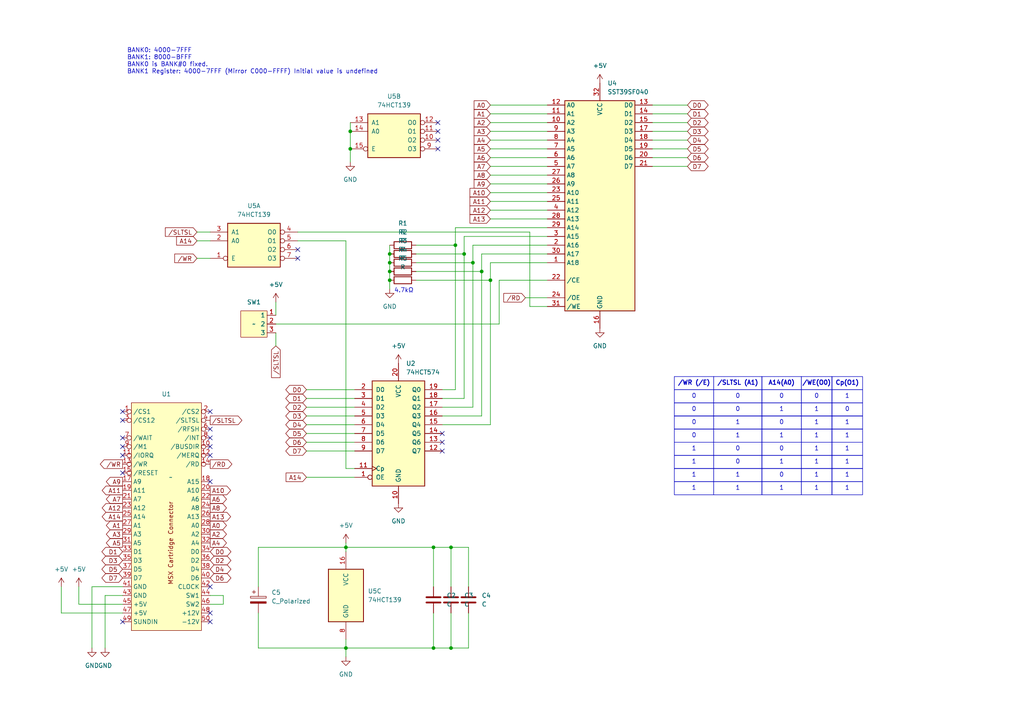
<source format=kicad_sch>
(kicad_sch (version 20230121) (generator eeschema)
  (paper "A4")
  (title_block (title "Simple MegaROM Cartridge") (rev "1"))
  (lib_symbols
    (symbol "74xx:74HCT574" (pin_names (offset 1.016))
      (property "Reference" "U" (at -7.62 16.51 0))
      (property "Value" "74HCT574" (at -7.62 -16.51 0))
      (symbol "74HCT574_1_0"
        (pin input inverted (at -12.7 -12.7 0) (length 5.08) (name "OE") (number "1"))
        (pin power_in line (at 0 -20.32 90) (length 5.08) (name "GND") (number "10"))
        (pin input clock (at -12.7 -10.16 0) (length 5.08) (name "Cp") (number "11"))
        (pin tri_state line (at 12.7 -5.08 180) (length 5.08) (name "Q7") (number "12"))
        (pin tri_state line (at 12.7 -2.54 180) (length 5.08) (name "Q6") (number "13"))
        (pin tri_state line (at 12.7 0 180) (length 5.08) (name "Q5") (number "14"))
        (pin tri_state line (at 12.7 2.54 180) (length 5.08) (name "Q4") (number "15"))
        (pin tri_state line (at 12.7 5.08 180) (length 5.08) (name "Q3") (number "16"))
        (pin tri_state line (at 12.7 7.62 180) (length 5.08) (name "Q2") (number "17"))
        (pin tri_state line (at 12.7 10.16 180) (length 5.08) (name "Q1") (number "18"))
        (pin tri_state line (at 12.7 12.7 180) (length 5.08) (name "Q0") (number "19"))
        (pin input line (at -12.7 12.7 0) (length 5.08) (name "D0") (number "2"))
        (pin power_in line (at 0 20.32 270) (length 5.08) (name "VCC") (number "20"))
        (pin input line (at -12.7 10.16 0) (length 5.08) (name "D1") (number "3"))
        (pin input line (at -12.7 7.62 0) (length 5.08) (name "D2") (number "4"))
        (pin input line (at -12.7 5.08 0) (length 5.08) (name "D3") (number "5"))
        (pin input line (at -12.7 2.54 0) (length 5.08) (name "D4") (number "6"))
        (pin input line (at -12.7 0 0) (length 5.08) (name "D5") (number "7"))
        (pin input line (at -12.7 -2.54 0) (length 5.08) (name "D6") (number "8"))
        (pin input line (at -12.7 -5.08 0) (length 5.08) (name "D7") (number "9"))
      )
      (symbol "74HCT574_1_1"
        (rectangle (start -7.62 15.24) (end 7.62 -15.24) (stroke (width 0.254)) (fill (type background)))
      )
    )
    (symbol "74xx:74LS139" (pin_names (offset 1.016))
      (property "Reference" "U" (at -7.62 8.89 0))
      (property "Value" "74LS139" (at -7.62 -8.89 0))
      (symbol "74LS139_1_0"
        (pin input inverted (at -12.7 -5.08 0) (length 5.08) (name "E") (number "1"))
        (pin input line (at -12.7 0 0) (length 5.08) (name "A0") (number "2"))
        (pin input line (at -12.7 2.54 0) (length 5.08) (name "A1") (number "3"))
        (pin output inverted (at 12.7 2.54 180) (length 5.08) (name "O0") (number "4"))
        (pin output inverted (at 12.7 0 180) (length 5.08) (name "O1") (number "5"))
        (pin output inverted (at 12.7 -2.54 180) (length 5.08) (name "O2") (number "6"))
        (pin output inverted (at 12.7 -5.08 180) (length 5.08) (name "O3") (number "7"))
      )
      (symbol "74LS139_1_1"
        (rectangle (start -7.62 5.08) (end 7.62 -7.62) (stroke (width 0.254)) (fill (type background)))
      )
      (symbol "74LS139_2_0"
        (pin output inverted (at 12.7 -2.54 180) (length 5.08) (name "O2") (number "10"))
        (pin output inverted (at 12.7 0 180) (length 5.08) (name "O1") (number "11"))
        (pin output inverted (at 12.7 2.54 180) (length 5.08) (name "O0") (number "12"))
        (pin input line (at -12.7 2.54 0) (length 5.08) (name "A1") (number "13"))
        (pin input line (at -12.7 0 0) (length 5.08) (name "A0") (number "14"))
        (pin input inverted (at -12.7 -5.08 0) (length 5.08) (name "E") (number "15"))
        (pin output inverted (at 12.7 -5.08 180) (length 5.08) (name "O3") (number "9"))
      )
      (symbol "74LS139_2_1"
        (rectangle (start -7.62 5.08) (end 7.62 -7.62) (stroke (width 0.254)) (fill (type background)))
      )
      (symbol "74LS139_3_0"
        (pin power_in line (at 0 12.7 270) (length 5.08) (name "VCC") (number "16"))
        (pin power_in line (at 0 -12.7 90) (length 5.08) (name "GND") (number "8"))
      )
      (symbol "74LS139_3_1"
        (rectangle (start -5.08 7.62) (end 5.08 -7.62) (stroke (width 0.254)) (fill (type background)))
      )
    )
    (symbol "Device:C" (pin_numbers hide) (pin_names (offset 0.254))
      (property "Reference" "C" (at 0.635 2.54 0))
      (property "Value" "C" (at 0.635 -2.54 0))
      (symbol "C_0_1"
        (polyline (pts (xy -2.032 -0.762) (xy 2.032 -0.762)) (stroke (width 0.508)))
        (polyline (pts (xy -2.032 0.762) (xy 2.032 0.762)) (stroke (width 0.508)))
      )
      (symbol "C_1_1"
        (pin passive line (at 0 3.81 270) (length 2.794) (name "~") (number "1"))
        (pin passive line (at 0 -3.81 90) (length 2.794) (name "~") (number "2"))
      )
    )
    (symbol "Device:C_Polarized" (pin_numbers hide) (pin_names (offset 0.254))
      (property "Reference" "C" (at 0.635 2.54 0))
      (property "Value" "C_Polarized" (at 0.635 -2.54 0))
      (symbol "C_Polarized_0_1"
        (rectangle (start -2.286 0.508) (end 2.286 1.016))
        (polyline (pts (xy -1.778 2.286) (xy -0.762 2.286)))
        (polyline (pts (xy -1.27 2.794) (xy -1.27 1.778)))
        (rectangle (start 2.286 -0.508) (end -2.286 -1.016) (fill (type outline)))
      )
      (symbol "C_Polarized_1_1"
        (pin passive line (at 0 3.81 270) (length 2.794) (name "~") (number "1"))
        (pin passive line (at 0 -3.81 90) (length 2.794) (name "~") (number "2"))
      )
    )
    (symbol "Device:R" (pin_numbers hide) (pin_names (offset 0))
      (property "Reference" "R" (at 2.032 0 90))
      (property "Value" "R" (at 0 0 90))
      (symbol "R_0_1"
        (rectangle (start -1.016 -2.54) (end 1.016 2.54) (stroke (width 0.254)))
      )
      (symbol "R_1_1"
        (pin passive line (at 0 3.81 270) (length 1.27) (name "~") (number "1"))
        (pin passive line (at 0 -3.81 90) (length 1.27) (name "~") (number "2"))
      )
    )
    (symbol "Memory_Flash:SST39SF040"
      (property "Reference" "U4" (at 2.1941 36.83 0))
      (property "Value" "SST39SF040" (at 2.1941 34.29 0))
      (symbol "SST39SF040_0_0"
        (pin power_in line (at 0 -34.29 90) (length 5.08) (name "GND") (number "16"))
        (pin power_in line (at 0 36.83 270) (length 5.08) (name "VCC") (number "32"))
      )
      (symbol "SST39SF040_0_1"
        (rectangle (start -10.16 31.75) (end 10.16 -29.21) (stroke (width 0.254)) (fill (type background)))
      )
      (symbol "SST39SF040_1_1"
        (pin input line (at -15.24 -15.24 0) (length 5.08) (name "A18") (number "1"))
        (pin input line (at -15.24 25.4 0) (length 5.08) (name "A2") (number "10"))
        (pin input line (at -15.24 27.94 0) (length 5.08) (name "A1") (number "11"))
        (pin input line (at -15.24 30.48 0) (length 5.08) (name "A0") (number "12"))
        (pin tri_state line (at 15.24 30.48 180) (length 5.08) (name "D0") (number "13"))
        (pin tri_state line (at 15.24 27.94 180) (length 5.08) (name "D1") (number "14"))
        (pin tri_state line (at 15.24 25.4 180) (length 5.08) (name "D2") (number "15"))
        (pin tri_state line (at 15.24 22.86 180) (length 5.08) (name "D3") (number "17"))
        (pin tri_state line (at 15.24 20.32 180) (length 5.08) (name "D4") (number "18"))
        (pin tri_state line (at 15.24 17.78 180) (length 5.08) (name "D5") (number "19"))
        (pin input line (at -15.24 -10.16 0) (length 5.08) (name "A16") (number "2"))
        (pin tri_state line (at 15.24 15.24 180) (length 5.08) (name "D6") (number "20"))
        (pin tri_state line (at 15.24 12.7 180) (length 5.08) (name "D7") (number "21"))
        (pin input line (at -15.24 -20.32 0) (length 5.08) (name "/CE") (number "22"))
        (pin input line (at -15.24 5.08 0) (length 5.08) (name "A10") (number "23"))
        (pin input line (at -15.24 -25.4 0) (length 5.08) (name "/OE") (number "24"))
        (pin input line (at -15.24 2.54 0) (length 5.08) (name "A11") (number "25"))
        (pin input line (at -15.24 7.62 0) (length 5.08) (name "A9") (number "26"))
        (pin input line (at -15.24 10.16 0) (length 5.08) (name "A8") (number "27"))
        (pin input line (at -15.24 -2.54 0) (length 5.08) (name "A13") (number "28"))
        (pin input line (at -15.24 -5.08 0) (length 5.08) (name "A14") (number "29"))
        (pin input line (at -15.24 -7.62 0) (length 5.08) (name "A15") (number "3"))
        (pin input line (at -15.24 -12.7 0) (length 5.08) (name "A17") (number "30"))
        (pin input line (at -15.24 -27.94 0) (length 5.08) (name "/WE") (number "31"))
        (pin input line (at -15.24 0 0) (length 5.08) (name "A12") (number "4"))
        (pin input line (at -15.24 12.7 0) (length 5.08) (name "A7") (number "5"))
        (pin input line (at -15.24 15.24 0) (length 5.08) (name "A6") (number "6"))
        (pin input line (at -15.24 17.78 0) (length 5.08) (name "A5") (number "7"))
        (pin input line (at -15.24 20.32 0) (length 5.08) (name "A4") (number "8"))
        (pin input line (at -15.24 22.86 0) (length 5.08) (name "A3") (number "9"))
      )
    )
    (symbol "My_Symbols:Switch"
      (property "Reference" "SW" (at 0 0 0))
      (symbol "Switch_1_1"
        (rectangle (start -3.81 3.81) (end 3.81 -3.81) (fill (type background)))
        (pin passive line (at 6.35 2.54 180) (length 2.54) (name "1") (number "1"))
        (pin passive line (at 6.35 0 180) (length 2.54) (name "2") (number "2"))
        (pin passive line (at 6.35 -2.54 180) (length 2.54) (name "3") (number "3"))
      )
    )
    (symbol "msx_cartridge:MSX_Cartridge"
      (property "Reference" "U" (at 0 0 0))
      (symbol "MSX_Cartridge_1_1"
        (rectangle (start -11.43 21.59) (end 8.89 -44.45) (fill (type background)))
        (text "MSX Cartridge Connector" (at 0 -19.05 900) (effects (font (size 1.27 1.27))))
        (pin output inverted (at -13.97 19.05 0) (length 2.54) (name "/CS1") (number "1"))
        (pin input inverted (at 11.43 8.89 180) (length 2.54) (name "/BUSDIR") (number "10"))
        (pin output inverted (at -13.97 6.35 0) (length 2.54) (name "/IORQ") (number "11"))
        (pin output inverted (at 11.43 6.35 180) (length 2.54) (name "/MERQ") (number "12"))
        (pin output inverted (at -13.97 3.81 0) (length 2.54) (name "/WR") (number "13"))
        (pin output inverted (at 11.43 3.81 180) (length 2.54) (name "/RD") (number "14"))
        (pin output inverted (at -13.97 1.27 0) (length 2.54) (name "/RESET") (number "15"))
        (pin output line (at -13.97 -1.27 0) (length 2.54) (name "A9") (number "17"))
        (pin output line (at 11.43 -1.27 180) (length 2.54) (name "A15") (number "18"))
        (pin output line (at -13.97 -3.81 0) (length 2.54) (name "A11") (number "19"))
        (pin output inverted (at 11.43 19.05 180) (length 2.54) (name "/CS2") (number "2"))
        (pin output line (at 11.43 -3.81 180) (length 2.54) (name "A10") (number "20"))
        (pin output line (at -13.97 -6.35 0) (length 2.54) (name "A7") (number "21"))
        (pin output line (at 11.43 -6.35 180) (length 2.54) (name "A6") (number "22"))
        (pin output line (at -13.97 -8.89 0) (length 2.54) (name "A12") (number "23"))
        (pin output line (at 11.43 -8.89 180) (length 2.54) (name "A8") (number "24"))
        (pin output line (at -13.97 -11.43 0) (length 2.54) (name "A14") (number "25"))
        (pin output line (at 11.43 -11.43 180) (length 2.54) (name "A13") (number "26"))
        (pin output line (at -13.97 -13.97 0) (length 2.54) (name "A1") (number "27"))
        (pin output line (at 11.43 -13.97 180) (length 2.54) (name "A0") (number "28"))
        (pin output line (at -13.97 -16.51 0) (length 2.54) (name "A3") (number "29"))
        (pin output inverted (at -13.97 16.51 0) (length 2.54) (name "/CS12") (number "3"))
        (pin output line (at 11.43 -16.51 180) (length 2.54) (name "A2") (number "30"))
        (pin output line (at -13.97 -19.05 0) (length 2.54) (name "A5") (number "31"))
        (pin output line (at 11.43 -19.05 180) (length 2.54) (name "A4") (number "32"))
        (pin tri_state line (at -13.97 -21.59 0) (length 2.54) (name "D1") (number "33"))
        (pin tri_state line (at 11.43 -21.59 180) (length 2.54) (name "D0") (number "34"))
        (pin tri_state line (at -13.97 -24.13 0) (length 2.54) (name "D3") (number "35"))
        (pin tri_state line (at 11.43 -24.13 180) (length 2.54) (name "D2") (number "36"))
        (pin tri_state line (at -13.97 -26.67 0) (length 2.54) (name "D5") (number "37"))
        (pin tri_state line (at 11.43 -26.67 180) (length 2.54) (name "D4") (number "38"))
        (pin tri_state line (at -13.97 -29.21 0) (length 2.54) (name "D7") (number "39"))
        (pin output inverted (at 11.43 16.51 180) (length 2.54) (name "/SLTSL") (number "4"))
        (pin tri_state line (at 11.43 -29.21 180) (length 2.54) (name "D6") (number "40"))
        (pin power_in line (at -13.97 -31.75 0) (length 2.54) (name "GND") (number "41"))
        (pin output line (at 11.43 -31.75 180) (length 2.54) (name "CLOCK") (number "42"))
        (pin power_out line (at -13.97 -34.29 0) (length 2.54) (name "GND") (number "43"))
        (pin bidirectional line (at 11.43 -34.29 180) (length 2.54) (name "SW1") (number "44"))
        (pin power_in line (at -13.97 -36.83 0) (length 2.54) (name "+5V") (number "45"))
        (pin bidirectional line (at 11.43 -36.83 180) (length 2.54) (name "SW2") (number "46"))
        (pin power_out line (at -13.97 -39.37 0) (length 2.54) (name "+5V") (number "47"))
        (pin power_out line (at 11.43 -39.37 180) (length 2.54) (name "+12V") (number "48"))
        (pin input line (at -13.97 -41.91 0) (length 2.54) (name "SUNDIN") (number "49"))
        (pin power_out line (at 11.43 -41.91 180) (length 2.54) (name "-12V") (number "50"))
        (pin output inverted (at 11.43 13.97 180) (length 2.54) (name "/RFSH") (number "6"))
        (pin open_collector inverted (at -13.97 11.43 0) (length 2.54) (name "/WAIT") (number "7"))
        (pin open_collector inverted (at 11.43 11.43 180) (length 2.54) (name "/INT") (number "8"))
        (pin output inverted (at -13.97 8.89 0) (length 2.54) (name "/M1") (number "9"))
      )
    )
    (symbol "power:+5V" (power) (pin_names (offset 0))
      (property "Value" "+5V" (at 0 3.556 0))
      (symbol "+5V_0_1"
        (polyline (pts (xy -0.762 1.27) (xy 0 2.54)))
        (polyline (pts (xy 0 0) (xy 0 2.54)))
        (polyline (pts (xy 0 2.54) (xy 0.762 1.27)))
      )
      (symbol "+5V_1_1"
        (pin power_in line (at 0 0 90) (length 0) hide (name "+5V") (number "1"))
      )
    )
    (symbol "power:GND" (power) (pin_names (offset 0))
      (property "Value" "GND" (at 0 -3.81 0))
      (symbol "GND_0_1"
        (polyline (pts (xy 0 0) (xy 0 -1.27) (xy 1.27 -1.27) (xy 0 -2.54) (xy -1.27 -1.27) (xy 0 -1.27)))
      )
      (symbol "GND_1_1"
        (pin power_in line (at 0 0 270) (length 0) hide (name "GND") (number "1"))
      )
    )
  )
  (junction (at 100.33 158.75))
  (junction (at 142.24 81.28))
  (junction (at 113.03 78.74))
  (junction (at 139.7 78.74))
  (junction (at 100.33 187.96))
  (junction (at 101.6 38.1))
  (junction (at 113.03 73.66))
  (junction (at 130.81 158.75))
  (junction (at 130.81 187.96))
  (junction (at 134.62 73.66))
  (junction (at 113.03 81.28))
  (junction (at 137.16 76.2))
  (junction (at 125.73 187.96))
  (junction (at 113.03 76.2))
  (junction (at 125.73 158.75))
  (junction (at 132.08 71.12))
  (junction (at 101.6 43.18))
  (no_connect (at 35.56 137.16))
  (no_connect (at 60.96 124.46))
  (no_connect (at 35.56 129.54))
  (no_connect (at 127 43.18))
  (no_connect (at 35.56 119.38))
  (no_connect (at 35.56 132.08))
  (no_connect (at 60.96 177.8))
  (no_connect (at 86.36 72.39))
  (no_connect (at 127 38.1))
  (no_connect (at 60.96 170.18))
  (no_connect (at 35.56 127))
  (no_connect (at 35.56 180.34))
  (no_connect (at 60.96 127))
  (no_connect (at 60.96 139.7))
  (no_connect (at 128.27 128.27))
  (no_connect (at 60.96 132.08))
  (no_connect (at 60.96 129.54))
  (no_connect (at 60.96 119.38))
  (no_connect (at 127 40.64))
  (no_connect (at 127 35.56))
  (no_connect (at 60.96 180.34))
  (no_connect (at 128.27 125.73))
  (no_connect (at 128.27 130.81))
  (no_connect (at 35.56 121.92))
  (no_connect (at 86.36 74.93))
  (wire (pts (xy 158.75 73.66) (xy 139.7 73.66)))
  (wire (pts (xy 132.08 66.04) (xy 132.08 71.12)))
  (wire (pts (xy 199.39 30.48) (xy 189.23 30.48)))
  (wire (pts (xy 142.24 53.34) (xy 158.75 53.34)))
  (wire (pts (xy 130.81 158.75) (xy 135.89 158.75)))
  (wire (pts (xy 26.67 170.18) (xy 26.67 187.96)))
  (wire (pts (xy 125.73 158.75) (xy 130.81 158.75)))
  (wire (pts (xy 142.24 45.72) (xy 158.75 45.72)))
  (wire (pts (xy 130.81 158.75) (xy 130.81 170.18)))
  (wire (pts (xy 88.9 115.57) (xy 102.87 115.57)))
  (wire (pts (xy 125.73 158.75) (xy 125.73 170.18)))
  (wire (pts (xy 113.03 81.28) (xy 113.03 78.74)))
  (wire (pts (xy 142.24 50.8) (xy 158.75 50.8)))
  (wire (pts (xy 125.73 177.8) (xy 125.73 187.96)))
  (wire (pts (xy 132.08 71.12) (xy 132.08 113.03)))
  (wire (pts (xy 142.24 58.42) (xy 158.75 58.42)))
  (wire (pts (xy 88.9 130.81) (xy 102.87 130.81)))
  (wire (pts (xy 100.33 187.96) (xy 100.33 185.42)))
  (wire (pts (xy 60.96 172.72) (xy 64.77 172.72)))
  (wire (pts (xy 134.62 73.66) (xy 134.62 115.57)))
  (wire (pts (xy 152.4 86.36) (xy 158.75 86.36)))
  (wire (pts (xy 120.65 76.2) (xy 137.16 76.2)))
  (wire (pts (xy 130.81 187.96) (xy 135.89 187.96)))
  (wire (pts (xy 199.39 35.56) (xy 189.23 35.56)))
  (wire (pts (xy 113.03 71.12) (xy 113.03 73.66)))
  (wire (pts (xy 199.39 43.18) (xy 189.23 43.18)))
  (wire (pts (xy 142.24 76.2) (xy 142.24 81.28)))
  (wire (pts (xy 199.39 33.02) (xy 189.23 33.02)))
  (wire (pts (xy 88.9 118.11) (xy 102.87 118.11)))
  (wire (pts (xy 101.6 43.18) (xy 101.6 46.99)))
  (wire (pts (xy 158.75 66.04) (xy 132.08 66.04)))
  (wire (pts (xy 30.48 172.72) (xy 35.56 172.72)))
  (wire (pts (xy 30.48 187.96) (xy 30.48 172.72)))
  (wire (pts (xy 142.24 123.19) (xy 128.27 123.19)))
  (wire (pts (xy 88.9 113.03) (xy 102.87 113.03)))
  (wire (pts (xy 88.9 138.43) (xy 102.87 138.43)))
  (wire (pts (xy 142.24 55.88) (xy 158.75 55.88)))
  (wire (pts (xy 86.36 67.31) (xy 153.67 67.31)))
  (wire (pts (xy 142.24 38.1) (xy 158.75 38.1)))
  (wire (pts (xy 100.33 69.85) (xy 86.36 69.85)))
  (wire (pts (xy 135.89 158.75) (xy 135.89 170.18)))
  (wire (pts (xy 158.75 68.58) (xy 134.62 68.58)))
  (wire (pts (xy 35.56 170.18) (xy 26.67 170.18)))
  (wire (pts (xy 101.6 38.1) (xy 101.6 43.18)))
  (wire (pts (xy 74.93 158.75) (xy 100.33 158.75)))
  (wire (pts (xy 113.03 83.82) (xy 113.03 81.28)))
  (wire (pts (xy 17.78 170.18) (xy 17.78 177.8)))
  (wire (pts (xy 113.03 73.66) (xy 113.03 76.2)))
  (wire (pts (xy 137.16 76.2) (xy 137.16 118.11)))
  (wire (pts (xy 100.33 158.75) (xy 125.73 158.75)))
  (wire (pts (xy 57.15 74.93) (xy 60.96 74.93)))
  (wire (pts (xy 125.73 187.96) (xy 130.81 187.96)))
  (wire (pts (xy 80.01 87.63) (xy 80.01 91.44)))
  (wire (pts (xy 139.7 73.66) (xy 139.7 78.74)))
  (wire (pts (xy 142.24 60.96) (xy 158.75 60.96)))
  (wire (pts (xy 100.33 69.85) (xy 100.33 135.89)))
  (wire (pts (xy 142.24 48.26) (xy 158.75 48.26)))
  (wire (pts (xy 130.81 177.8) (xy 130.81 187.96)))
  (wire (pts (xy 142.24 30.48) (xy 158.75 30.48)))
  (wire (pts (xy 74.93 158.75) (xy 74.93 170.18)))
  (wire (pts (xy 100.33 160.02) (xy 100.33 158.75)))
  (wire (pts (xy 64.77 175.26) (xy 60.96 175.26)))
  (wire (pts (xy 139.7 120.65) (xy 128.27 120.65)))
  (wire (pts (xy 134.62 68.58) (xy 134.62 73.66)))
  (wire (pts (xy 35.56 175.26) (xy 22.86 175.26)))
  (wire (pts (xy 158.75 71.12) (xy 137.16 71.12)))
  (wire (pts (xy 74.93 187.96) (xy 100.33 187.96)))
  (wire (pts (xy 134.62 115.57) (xy 128.27 115.57)))
  (wire (pts (xy 120.65 71.12) (xy 132.08 71.12)))
  (wire (pts (xy 88.9 120.65) (xy 102.87 120.65)))
  (wire (pts (xy 137.16 71.12) (xy 137.16 76.2)))
  (wire (pts (xy 137.16 118.11) (xy 128.27 118.11)))
  (wire (pts (xy 64.77 172.72) (xy 64.77 175.26)))
  (wire (pts (xy 153.67 88.9) (xy 153.67 67.31)))
  (wire (pts (xy 80.01 93.98) (xy 144.78 93.98)))
  (wire (pts (xy 158.75 76.2) (xy 142.24 76.2)))
  (wire (pts (xy 57.15 67.31) (xy 60.96 67.31)))
  (wire (pts (xy 101.6 35.56) (xy 101.6 38.1)))
  (wire (pts (xy 142.24 43.18) (xy 158.75 43.18)))
  (wire (pts (xy 35.56 177.8) (xy 17.78 177.8)))
  (wire (pts (xy 120.65 78.74) (xy 139.7 78.74)))
  (wire (pts (xy 153.67 88.9) (xy 158.75 88.9)))
  (wire (pts (xy 132.08 113.03) (xy 128.27 113.03)))
  (wire (pts (xy 142.24 81.28) (xy 142.24 123.19)))
  (wire (pts (xy 57.15 69.85) (xy 60.96 69.85)))
  (wire (pts (xy 142.24 40.64) (xy 158.75 40.64)))
  (wire (pts (xy 22.86 170.18) (xy 22.86 175.26)))
  (wire (pts (xy 139.7 78.74) (xy 139.7 120.65)))
  (wire (pts (xy 199.39 48.26) (xy 189.23 48.26)))
  (wire (pts (xy 100.33 187.96) (xy 125.73 187.96)))
  (wire (pts (xy 120.65 81.28) (xy 142.24 81.28)))
  (wire (pts (xy 135.89 187.96) (xy 135.89 177.8)))
  (wire (pts (xy 88.9 125.73) (xy 102.87 125.73)))
  (wire (pts (xy 88.9 128.27) (xy 102.87 128.27)))
  (wire (pts (xy 142.24 63.5) (xy 158.75 63.5)))
  (wire (pts (xy 144.78 81.28) (xy 158.75 81.28)))
  (wire (pts (xy 80.01 100.33) (xy 80.01 96.52)))
  (wire (pts (xy 199.39 38.1) (xy 189.23 38.1)))
  (wire (pts (xy 100.33 190.5) (xy 100.33 187.96)))
  (wire (pts (xy 74.93 177.8) (xy 74.93 187.96)))
  (wire (pts (xy 88.9 123.19) (xy 102.87 123.19)))
  (wire (pts (xy 144.78 93.98) (xy 144.78 81.28)))
  (wire (pts (xy 142.24 35.56) (xy 158.75 35.56)))
  (wire (pts (xy 113.03 76.2) (xy 113.03 78.74)))
  (wire (pts (xy 199.39 40.64) (xy 189.23 40.64)))
  (wire (pts (xy 100.33 135.89) (xy 102.87 135.89)))
  (wire (pts (xy 100.33 157.48) (xy 100.33 158.75)))
  (wire (pts (xy 199.39 45.72) (xy 189.23 45.72)))
  (wire (pts (xy 120.65 73.66) (xy 134.62 73.66)))
  (wire (pts (xy 142.24 33.02) (xy 158.75 33.02)))
  (text_box "1" (at 241.3 139.7 0) (size 8.89 3.81) (effects (font (size 1.27 1.27)) (justify top)))
  (text_box "1" (at 232.41 120.65 0) (size 8.89 3.81) (effects (font (size 1.27 1.27)) (justify top)))
  (text_box "1" (at 232.41 132.08 0) (size 8.89 3.81) (effects (font (size 1.27 1.27)) (justify top)))
  (text_box "0" (at 207.01 132.08 0) (size 13.97 3.81) (effects (font (size 1.27 1.27)) (justify top)))
  (text_box "1" (at 241.3 124.46 0) (size 8.89 3.81) (effects (font (size 1.27 1.27)) (justify top)))
  (text_box "0" (at 195.58 120.65 0) (size 11.43 3.81) (effects (font (size 1.27 1.27)) (justify top)))
  (text_box "1" (at 207.01 124.46 0) (size 13.97 3.81) (effects (font (size 1.27 1.27)) (justify top)))
  (text_box "0" (at 241.3 116.84 0) (size 8.89 3.81) (effects (font (size 1.27 1.27)) (justify top)))
  (text_box "0" (at 195.58 116.84 0) (size 11.43 3.81) (effects (font (size 1.27 1.27)) (justify top)))
  (text_box "1" (at 207.01 139.7 0) (size 13.97 3.81) (effects (font (size 1.27 1.27)) (justify top)))
  (text_box "1" (at 232.41 116.84 0) (size 8.89 3.81) (effects (font (size 1.27 1.27)) (justify top)))
  (text_box "1" (at 220.98 116.84 0) (size 11.43 3.81) (effects (font (size 1.27 1.27)) (justify top)))
  (text_box "/WR (/E)" (at 195.58 109.22 0) (size 11.43 3.81) (fill (type color)) (effects (font (size 1.27 1.27) (thickness 0.254) bold) (justify top)))
  (text_box "1" (at 232.41 135.89 0) (size 8.89 3.81) (effects (font (size 1.27 1.27)) (justify top)))
  (text_box "1" (at 241.3 120.65 0) (size 8.89 3.81) (effects (font (size 1.27 1.27)) (justify top)))
  (text_box "1" (at 241.3 135.89 0) (size 8.89 3.81) (effects (font (size 1.27 1.27)) (justify top)))
  (text_box "1" (at 195.58 128.27 0) (size 11.43 3.81) (effects (font (size 1.27 1.27)) (justify top)))
  (text_box "0" (at 195.58 113.03 0) (size 11.43 3.81) (effects (font (size 1.27 1.27)) (justify top)))
  (text_box "0" (at 207.01 128.27 0) (size 13.97 3.81) (effects (font (size 1.27 1.27)) (justify top)))
  (text_box "1" (at 220.98 132.08 0) (size 11.43 3.81) (effects (font (size 1.27 1.27)) (justify top)))
  (text_box "0" (at 207.01 113.03 0) (size 13.97 3.81) (effects (font (size 1.27 1.27)) (justify top)))
  (text_box "1" (at 232.41 128.27 0) (size 8.89 3.81) (effects (font (size 1.27 1.27)) (justify top)))
  (text_box "/SLTSL (A1)" (at 207.01 109.22 0) (size 13.97 3.81) (effects (font (size 1.27 1.27) (thickness 0.254) bold) (justify top)))
  (text_box "1" (at 195.58 139.7 0) (size 11.43 3.81) (effects (font (size 1.27 1.27)) (justify top)))
  (text_box "1" (at 195.58 132.08 0) (size 11.43 3.81) (effects (font (size 1.27 1.27)) (justify top)))
  (text_box "0" (at 195.58 124.46 0) (size 11.43 3.81) (effects (font (size 1.27 1.27)) (justify top)))
  (text_box "1" (at 241.3 132.08 0) (size 8.89 3.81) (effects (font (size 1.27 1.27)) (justify top)))
  (text_box "0" (at 220.98 128.27 0) (size 11.43 3.81) (effects (font (size 1.27 1.27)) (justify top)))
  (text_box "A14(A0)" (at 220.98 109.22 0) (size 11.43 3.81) (effects (font (size 1.27 1.27) (thickness 0.254) bold) (justify top)))
  (text_box "1" (at 220.98 124.46 0) (size 11.43 3.81) (effects (font (size 1.27 1.27)) (justify top)))
  (text_box "Cp(O1)" (at 241.3 109.22 0) (size 8.89 3.81) (effects (font (size 1.27 1.27) (thickness 0.254) bold) (justify top)))
  (text_box "1" (at 207.01 135.89 0) (size 13.97 3.81) (effects (font (size 1.27 1.27)) (justify top)))
  (text_box "1" (at 241.3 113.03 0) (size 8.89 3.81) (effects (font (size 1.27 1.27)) (justify top)))
  (text_box "0" (at 220.98 120.65 0) (size 11.43 3.81) (effects (font (size 1.27 1.27)) (justify top)))
  (text_box "0" (at 232.41 113.03 0) (size 8.89 3.81) (effects (font (size 1.27 1.27)) (justify top)))
  (text_box "/WE(O0)" (at 232.41 109.22 0) (size 8.89 3.81) (effects (font (size 1.27 1.27) (thickness 0.254) bold) (justify top)))
  (text_box "1" (at 207.01 120.65 0) (size 13.97 3.81) (effects (font (size 1.27 1.27)) (justify top)))
  (text_box "0" (at 220.98 135.89 0) (size 11.43 3.81) (effects (font (size 1.27 1.27)) (justify top)))
  (text_box "1" (at 195.58 135.89 0) (size 11.43 3.81) (effects (font (size 1.27 1.27)) (justify top)))
  (text_box "1" (at 241.3 128.27 0) (size 8.89 3.81) (effects (font (size 1.27 1.27)) (justify top)))
  (text_box "0" (at 220.98 113.03 0) (size 11.43 3.81) (effects (font (size 1.27 1.27)) (justify top)))
  (text_box "0" (at 207.01 116.84 0) (size 13.97 3.81) (effects (font (size 1.27 1.27)) (justify top)))
  (text_box "1" (at 220.98 139.7 0) (size 11.43 3.81) (effects (font (size 1.27 1.27)) (justify top)))
  (text_box "1" (at 232.41 139.7 0) (size 8.89 3.81) (effects (font (size 1.27 1.27)) (justify top)))
  (text_box "1" (at 232.41 124.46 0) (size 8.89 3.81) (effects (font (size 1.27 1.27)) (justify top)))
  (text "BANK0: 4000-7FFF\nBANK1: 8000-BFFF\nBANK0 is BANK#0 fixed.\nBANK1 Register: 4000-7FFF (Mirror C000-FFFF) Initial value is undefined\n" (at 36.83 21.59 0) (effects (font (size 1.27 1.27)) (justify left bottom)))
  (text "4.7kΩ" (at 114.3 85.09 0) (effects (font (size 1.27 1.27)) (justify left bottom)))
  (global_label "D1" (shape bidirectional) (at 199.39 33.02 0) (property "Intersheetrefs" "${INTERSHEET_REFS}" (effects hide)))
  (global_label "D4" (shape bidirectional) (at 88.9 123.19 180) (property "Intersheetrefs" "${INTERSHEET_REFS}" (effects hide)))
  (global_label "A8" (shape output) (at 60.96 147.32 0) (property "Intersheetrefs" "${INTERSHEET_REFS}" (effects hide)))
  (global_label "D3" (shape bidirectional) (at 199.39 38.1 0) (property "Intersheetrefs" "${INTERSHEET_REFS}" (effects hide)))
  (global_label "D1" (shape bidirectional) (at 88.9 115.57 180) (property "Intersheetrefs" "${INTERSHEET_REFS}" (effects hide)))
  (global_label "A0" (shape output) (at 60.96 152.4 0) (property "Intersheetrefs" "${INTERSHEET_REFS}" (effects hide)))
  (global_label "A2" (shape output) (at 60.96 154.94 0) (property "Intersheetrefs" "${INTERSHEET_REFS}" (effects hide)))
  (global_label "A13" (shape input) (at 142.24 63.5 180) (property "Intersheetrefs" "${INTERSHEET_REFS}" (effects hide)))
  (global_label "A1" (shape input) (at 142.24 33.02 180) (property "Intersheetrefs" "${INTERSHEET_REFS}" (effects hide)))
  (global_label "D4" (shape tri_state) (at 60.96 165.1 0) (property "Intersheetrefs" "${INTERSHEET_REFS}" (effects hide)))
  (global_label "A6" (shape output) (at 60.96 144.78 0) (property "Intersheetrefs" "${INTERSHEET_REFS}" (effects hide)))
  (global_label "A1" (shape output) (at 35.56 152.4 180) (property "Intersheetrefs" "${INTERSHEET_REFS}" (effects hide)))
  (global_label "A10" (shape output) (at 60.96 142.24 0) (property "Intersheetrefs" "${INTERSHEET_REFS}" (effects hide)))
  (global_label "D5" (shape tri_state) (at 35.56 165.1 180) (property "Intersheetrefs" "${INTERSHEET_REFS}" (effects hide)))
  (global_label "D3" (shape bidirectional) (at 88.9 120.65 180) (property "Intersheetrefs" "${INTERSHEET_REFS}" (effects hide)))
  (global_label "D0" (shape tri_state) (at 60.96 160.02 0) (property "Intersheetrefs" "${INTERSHEET_REFS}" (effects hide)))
  (global_label "D6" (shape bidirectional) (at 88.9 128.27 180) (property "Intersheetrefs" "${INTERSHEET_REFS}" (effects hide)))
  (global_label "A6" (shape input) (at 142.24 45.72 180) (property "Intersheetrefs" "${INTERSHEET_REFS}" (effects hide)))
  (global_label "A2" (shape input) (at 142.24 35.56 180) (property "Intersheetrefs" "${INTERSHEET_REFS}" (effects hide)))
  (global_label "A14" (shape output) (at 35.56 149.86 180) (property "Intersheetrefs" "${INTERSHEET_REFS}" (effects hide)))
  (global_label "A13" (shape output) (at 60.96 149.86 0) (property "Intersheetrefs" "${INTERSHEET_REFS}" (effects hide)))
  (global_label "A4" (shape input) (at 142.24 40.64 180) (property "Intersheetrefs" "${INTERSHEET_REFS}" (effects hide)))
  (global_label "D2" (shape bidirectional) (at 199.39 35.56 0) (property "Intersheetrefs" "${INTERSHEET_REFS}" (effects hide)))
  (global_label "A11" (shape output) (at 35.56 142.24 180) (property "Intersheetrefs" "${INTERSHEET_REFS}" (effects hide)))
  (global_label "A8" (shape input) (at 142.24 50.8 180) (property "Intersheetrefs" "${INTERSHEET_REFS}" (effects hide)))
  (global_label "{slash}SLTSL" (shape input) (at 80.01 100.33 270) (property "Intersheetrefs" "${INTERSHEET_REFS}" (effects hide)))
  (global_label "D5" (shape bidirectional) (at 88.9 125.73 180) (property "Intersheetrefs" "${INTERSHEET_REFS}" (effects hide)))
  (global_label "{slash}RD" (shape input) (at 152.4 86.36 180) (property "Intersheetrefs" "${INTERSHEET_REFS}" (effects hide)))
  (global_label "{slash}SLTSL" (shape input) (at 57.15 67.31 180) (property "Intersheetrefs" "${INTERSHEET_REFS}" (effects hide)))
  (global_label "A14" (shape input) (at 57.15 69.85 180) (property "Intersheetrefs" "${INTERSHEET_REFS}" (effects hide)))
  (global_label "D2" (shape bidirectional) (at 88.9 118.11 180) (property "Intersheetrefs" "${INTERSHEET_REFS}" (effects hide)))
  (global_label "A5" (shape output) (at 35.56 157.48 180) (property "Intersheetrefs" "${INTERSHEET_REFS}" (effects hide)))
  (global_label "{slash}WR" (shape input) (at 57.15 74.93 180) (property "Intersheetrefs" "${INTERSHEET_REFS}" (effects hide)))
  (global_label "A7" (shape input) (at 142.24 48.26 180) (property "Intersheetrefs" "${INTERSHEET_REFS}" (effects hide)))
  (global_label "{slash}SLTSL" (shape output) (at 60.96 121.92 0) (property "Intersheetrefs" "${INTERSHEET_REFS}" (effects hide)))
  (global_label "A7" (shape output) (at 35.56 144.78 180) (property "Intersheetrefs" "${INTERSHEET_REFS}" (effects hide)))
  (global_label "D5" (shape bidirectional) (at 199.39 43.18 0) (property "Intersheetrefs" "${INTERSHEET_REFS}" (effects hide)))
  (global_label "A4" (shape output) (at 60.96 157.48 0) (property "Intersheetrefs" "${INTERSHEET_REFS}" (effects hide)))
  (global_label "D1" (shape tri_state) (at 35.56 160.02 180) (property "Intersheetrefs" "${INTERSHEET_REFS}" (effects hide)))
  (global_label "D7" (shape bidirectional) (at 199.39 48.26 0) (property "Intersheetrefs" "${INTERSHEET_REFS}" (effects hide)))
  (global_label "A5" (shape input) (at 142.24 43.18 180) (property "Intersheetrefs" "${INTERSHEET_REFS}" (effects hide)))
  (global_label "A12" (shape output) (at 35.56 147.32 180) (property "Intersheetrefs" "${INTERSHEET_REFS}" (effects hide)))
  (global_label "{slash}WR" (shape output) (at 35.56 134.62 180) (property "Intersheetrefs" "${INTERSHEET_REFS}" (effects hide)))
  (global_label "A3" (shape input) (at 142.24 38.1 180) (property "Intersheetrefs" "${INTERSHEET_REFS}" (effects hide)))
  (global_label "A3" (shape output) (at 35.56 154.94 180) (property "Intersheetrefs" "${INTERSHEET_REFS}" (effects hide)))
  (global_label "A9" (shape input) (at 142.24 53.34 180) (property "Intersheetrefs" "${INTERSHEET_REFS}" (effects hide)))
  (global_label "D4" (shape bidirectional) (at 199.39 40.64 0) (property "Intersheetrefs" "${INTERSHEET_REFS}" (effects hide)))
  (global_label "A9" (shape output) (at 35.56 139.7 180) (property "Intersheetrefs" "${INTERSHEET_REFS}" (effects hide)))
  (global_label "D6" (shape tri_state) (at 60.96 167.64 0) (property "Intersheetrefs" "${INTERSHEET_REFS}" (effects hide)))
  (global_label "D2" (shape tri_state) (at 60.96 162.56 0) (property "Intersheetrefs" "${INTERSHEET_REFS}" (effects hide)))
  (global_label "A0" (shape input) (at 142.24 30.48 180) (property "Intersheetrefs" "${INTERSHEET_REFS}" (effects hide)))
  (global_label "D0" (shape bidirectional) (at 88.9 113.03 180) (property "Intersheetrefs" "${INTERSHEET_REFS}" (effects hide)))
  (global_label "A10" (shape input) (at 142.24 55.88 180) (property "Intersheetrefs" "${INTERSHEET_REFS}" (effects hide)))
  (global_label "A11" (shape input) (at 142.24 58.42 180) (property "Intersheetrefs" "${INTERSHEET_REFS}" (effects hide)))
  (global_label "D3" (shape tri_state) (at 35.56 162.56 180) (property "Intersheetrefs" "${INTERSHEET_REFS}" (effects hide)))
  (global_label "A12" (shape input) (at 142.24 60.96 180) (property "Intersheetrefs" "${INTERSHEET_REFS}" (effects hide)))
  (global_label "{slash}RD" (shape output) (at 60.96 134.62 0) (property "Intersheetrefs" "${INTERSHEET_REFS}" (effects hide)))
  (global_label "D7" (shape bidirectional) (at 88.9 130.81 180) (property "Intersheetrefs" "${INTERSHEET_REFS}" (effects hide)))
  (global_label "D7" (shape tri_state) (at 35.56 167.64 180) (property "Intersheetrefs" "${INTERSHEET_REFS}" (effects hide)))
  (global_label "A14" (shape input) (at 88.9 138.43 180) (property "Intersheetrefs" "${INTERSHEET_REFS}" (effects hide)))
  (global_label "D6" (shape bidirectional) (at 199.39 45.72 0) (property "Intersheetrefs" "${INTERSHEET_REFS}" (effects hide)))
  (global_label "D0" (shape bidirectional) (at 199.39 30.48 0) (property "Intersheetrefs" "${INTERSHEET_REFS}" (effects hide)))
  (symbol (lib_id "power:+5V") (at 173.99 24.13 0) (unit 1)
    (property "Reference" "#PWR08" (effects hide))
    (property "Value" "+5V" (at 173.99 19.05 0))
  )
  (symbol (lib_id "Device:R") (at 116.84 73.66 90) (unit 1)
    (property "Reference" "R2" (at 116.84 67.31 90))
    (property "Value" "R" (at 116.84 69.85 90))
    (property "Footprint" "Resistor_THT:R_Axial_DIN0204_L3.6mm_D1.6mm_P5.08mm_Horizontal" (effects hide))
  )
  (symbol (lib_id "Device:C_Polarized") (at 74.93 173.99 0) (unit 1)
    (property "Reference" "C5" (at 78.74 171.831 0) (effects (justify left)))
    (property "Value" "C_Polarized" (at 78.74 174.371 0) (effects (justify left)))
    (property "Footprint" "Capacitor_THT:CP_Radial_D5.0mm_P2.50mm" (effects hide))
  )
  (symbol (lib_id "74xx:74LS139") (at 100.33 172.72 0) (unit 3)
    (property "Reference" "U5" (at 106.68 171.45 0) (effects (justify left)))
    (property "Value" "74HCT139" (at 106.68 173.99 0) (effects (justify left)))
    (property "Footprint" "Package_DIP:DIP-16_W7.62mm" (effects hide))
    (property "Datasheet" "http://www.ti.com/lit/ds/symlink/sn74ls139a.pdf" (effects hide))
  )
  (symbol (lib_id "My_Symbols:Switch") (at 73.66 93.98 0) (unit 1)
    (property "Reference" "SW1" (at 73.66 87.63 0))
    (property "Value" "~" (at 73.66 93.98 0))
    (property "Footprint" "Connector_PinHeader_2.54mm:PinHeader_1x03_P2.54mm_Vertical" (effects hide))
  )
  (symbol (lib_id "Memory_Flash:SST39SF040") (at 173.99 60.96 0) (unit 1)
    (property "Reference" "U4" (at 176.1841 24.13 0) (effects (justify left)))
    (property "Value" "SST39SF040" (at 176.1841 26.67 0) (effects (justify left)))
    (property "Footprint" "Package_DIP:DIP-32_W15.24mm" (effects hide))
    (property "Datasheet" "http://ww1.microchip.com/downloads/en/DeviceDoc/25022B.pdf" (effects hide))
  )
  (symbol (lib_id "Device:C") (at 135.89 173.99 0) (unit 1)
    (property "Reference" "C4" (at 139.7 172.72 0) (effects (justify left)))
    (property "Value" "C" (at 139.7 175.26 0) (effects (justify left)))
    (property "Footprint" "Capacitor_THT:C_Disc_D5.0mm_W2.5mm_P5.00mm" (effects hide))
  )
  (symbol (lib_id "Device:C") (at 130.81 173.99 0) (unit 1)
    (property "Reference" "C3" (at 134.62 172.72 0) (effects (justify left)))
    (property "Value" "C" (at 134.62 175.26 0) (effects (justify left)))
    (property "Footprint" "Capacitor_THT:C_Disc_D5.0mm_W2.5mm_P5.00mm" (effects hide))
  )
  (symbol (lib_id "power:+5V") (at 115.57 105.41 0) (unit 1)
    (property "Reference" "#PWR06" (effects hide))
    (property "Value" "+5V" (at 115.57 100.33 0))
  )
  (symbol (lib_id "Device:R") (at 116.84 71.12 90) (unit 1)
    (property "Reference" "R1" (at 116.84 64.77 90))
    (property "Value" "R" (at 116.84 67.31 90))
    (property "Footprint" "Resistor_THT:R_Axial_DIN0204_L3.6mm_D1.6mm_P5.08mm_Horizontal" (effects hide))
  )
  (symbol (lib_id "Device:R") (at 116.84 78.74 90) (unit 1)
    (property "Reference" "R4" (at 116.84 72.39 90))
    (property "Value" "R" (at 116.84 74.93 90))
    (property "Footprint" "Resistor_THT:R_Axial_DIN0204_L3.6mm_D1.6mm_P5.08mm_Horizontal" (effects hide))
  )
  (symbol (lib_id "power:GND") (at 26.67 187.96 0) (unit 1)
    (property "Reference" "#PWR012" (effects hide))
    (property "Value" "GND" (at 26.67 193.04 0))
  )
  (symbol (lib_id "Device:R") (at 116.84 76.2 90) (unit 1)
    (property "Reference" "R3" (at 116.84 69.85 90))
    (property "Value" "R" (at 116.84 72.39 90))
    (property "Footprint" "Resistor_THT:R_Axial_DIN0204_L3.6mm_D1.6mm_P5.08mm_Horizontal" (effects hide))
  )
  (symbol (lib_id "power:GND") (at 173.99 95.25 0) (unit 1)
    (property "Reference" "#PWR05" (effects hide))
    (property "Value" "GND" (at 173.99 100.33 0))
  )
  (symbol (lib_id "Device:R") (at 116.84 81.28 90) (unit 1)
    (property "Reference" "R5" (at 116.84 74.93 90))
    (property "Value" "R" (at 116.84 77.47 90))
    (property "Footprint" "Resistor_THT:R_Axial_DIN0204_L3.6mm_D1.6mm_P5.08mm_Horizontal" (effects hide))
  )
  (symbol (lib_id "power:GND") (at 101.6 46.99 0) (unit 1)
    (property "Reference" "#PWR03" (effects hide))
    (property "Value" "GND" (at 101.6 52.07 0))
  )
  (symbol (lib_id "power:GND") (at 113.03 83.82 0) (unit 1)
    (property "Reference" "#PWR09" (effects hide))
    (property "Value" "GND" (at 113.03 88.9 0))
  )
  (symbol (lib_id "power:GND") (at 115.57 146.05 0) (unit 1)
    (property "Reference" "#PWR04" (effects hide))
    (property "Value" "GND" (at 115.57 151.13 0))
  )
  (symbol (lib_id "msx_cartridge:MSX_Cartridge") (at 49.53 138.43 0) (unit 1)
    (property "Reference" "U1" (at 48.26 114.3 0))
    (property "Value" "~" (at 49.53 138.43 0))
    (property "Footprint" "0-My_Parts:MSX Cartridge_1" (effects hide))
  )
  (symbol (lib_id "power:+5V") (at 22.86 170.18 0) (unit 1)
    (property "Reference" "#PWR013" (effects hide))
    (property "Value" "+5V" (at 22.86 165.1 0))
  )
  (symbol (lib_id "power:+5V") (at 80.01 87.63 0) (unit 1)
    (property "Reference" "#PWR014" (effects hide))
    (property "Value" "+5V" (at 80.01 82.55 0))
  )
  (symbol (lib_id "power:+5V") (at 17.78 170.18 0) (unit 1)
    (property "Reference" "#PWR011" (effects hide))
    (property "Value" "+5V" (at 17.78 165.1 0))
  )
  (symbol (lib_id "power:GND") (at 100.33 190.5 0) (unit 1)
    (property "Reference" "#PWR01" (effects hide))
    (property "Value" "GND" (at 100.33 195.58 0))
  )
  (symbol (lib_id "74xx:74LS139") (at 114.3 38.1 0) (unit 2)
    (property "Reference" "U5" (at 114.3 27.94 0))
    (property "Value" "74HCT139" (at 114.3 30.48 0))
    (property "Footprint" "Package_DIP:DIP-16_W7.62mm" (effects hide))
    (property "Datasheet" "http://www.ti.com/lit/ds/symlink/sn74ls139a.pdf" (effects hide))
  )
  (symbol (lib_id "74xx:74HCT574") (at 115.57 125.73 0) (unit 1)
    (property "Reference" "U2" (at 117.7641 105.41 0) (effects (justify left)))
    (property "Value" "74HCT574" (at 117.7641 107.95 0) (effects (justify left)))
    (property "Footprint" "Package_DIP:DIP-20_W7.62mm" (effects hide))
    (property "Datasheet" "http://www.ti.com/lit/gpn/sn74HCT574" (effects hide))
  )
  (symbol (lib_id "power:+5V") (at 100.33 157.48 0) (unit 1)
    (property "Reference" "#PWR02" (effects hide))
    (property "Value" "+5V" (at 100.33 152.4 0))
  )
  (symbol (lib_id "Device:C") (at 125.73 173.99 0) (unit 1)
    (property "Reference" "C2" (at 129.54 172.72 0) (effects (justify left)))
    (property "Value" "C" (at 129.54 175.26 0) (effects (justify left)))
    (property "Footprint" "Capacitor_THT:C_Disc_D5.0mm_W2.5mm_P5.00mm" (effects hide))
  )
  (symbol (lib_id "74xx:74LS139") (at 73.66 69.85 0) (unit 1)
    (property "Reference" "U5" (at 73.66 59.69 0))
    (property "Value" "74HCT139" (at 73.66 62.23 0))
    (property "Footprint" "Package_DIP:DIP-16_W7.62mm" (effects hide))
    (property "Datasheet" "http://www.ti.com/lit/ds/symlink/sn74ls139a.pdf" (effects hide))
  )
  (symbol (lib_id "power:GND") (at 30.48 187.96 0) (unit 1)
    (property "Reference" "#PWR010" (effects hide))
    (property "Value" "GND" (at 30.48 193.04 0))
  )
)
</source>
